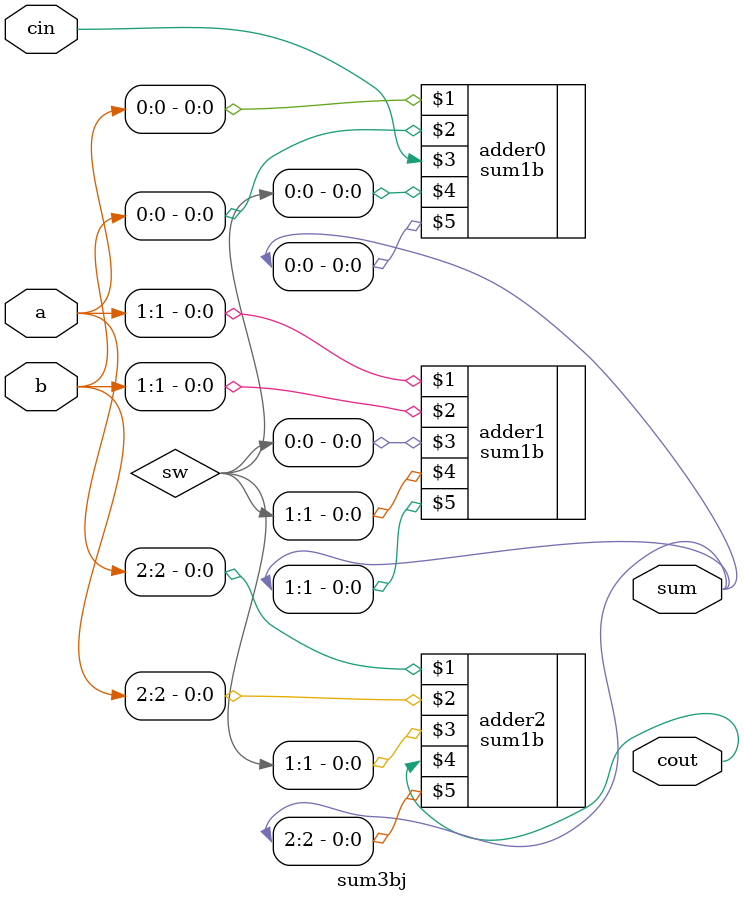
<source format=v>
/*
 * Equipo 1
 * Seccion D04
 * Sumador 3 bits jerarquico
*/

module sum3bj(input [2:0] a, b, input cin, output [2:0] sum, output cout);
	wire [1:0] sw;
	
	sum1b adder0(a[0], b[0], cin, sw[0], sum[0]);
	sum1b adder1(a[1], b[1], sw[0], sw[1], sum[1]);
	sum1b adder2(a[2], b[2], sw[1], cout, sum[2]);
endmodule

</source>
